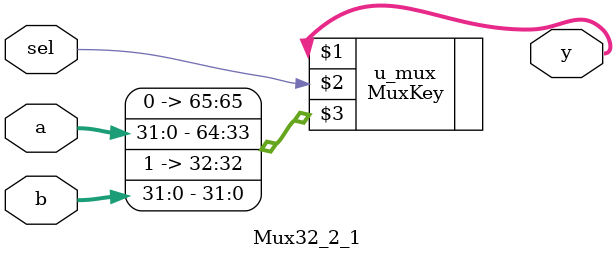
<source format=v>
module Mux32_2_1(
    input [31:0] a,
    input [31:0] b,
    input sel,
    output [31:0] y
);
    MuxKey #(2, 1, 32) u_mux(y, sel,{
        1'b0, a,
        1'b1, b
    });
endmodule
</source>
